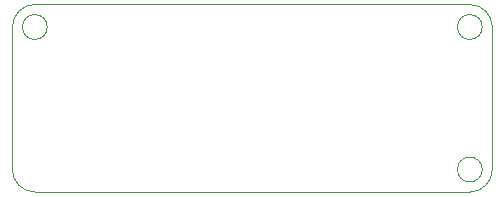
<source format=gbr>
%TF.GenerationSoftware,KiCad,Pcbnew,9.0.1*%
%TF.CreationDate,2025-08-04T21:34:24+02:00*%
%TF.ProjectId,rev1.0,72657631-2e30-42e6-9b69-6361645f7063,rev?*%
%TF.SameCoordinates,Original*%
%TF.FileFunction,Profile,NP*%
%FSLAX46Y46*%
G04 Gerber Fmt 4.6, Leading zero omitted, Abs format (unit mm)*
G04 Created by KiCad (PCBNEW 9.0.1) date 2025-08-04 21:34:24*
%MOMM*%
%LPD*%
G01*
G04 APERTURE LIST*
%TA.AperFunction,Profile*%
%ADD10C,0.050000*%
%TD*%
G04 APERTURE END LIST*
D10*
X201930000Y-95885000D02*
G75*
G02*
X203835000Y-93980000I1905000J0D01*
G01*
X241715000Y-107950000D02*
G75*
G02*
X239615000Y-107950000I-1050000J0D01*
G01*
X239615000Y-107950000D02*
G75*
G02*
X241715000Y-107950000I1050000J0D01*
G01*
X240665000Y-109855000D02*
X203835000Y-109855000D01*
X242570000Y-95885000D02*
X242570000Y-107950000D01*
X240665000Y-93980000D02*
G75*
G02*
X242570000Y-95885000I0J-1905000D01*
G01*
X241715000Y-95885000D02*
G75*
G02*
X239615000Y-95885000I-1050000J0D01*
G01*
X239615000Y-95885000D02*
G75*
G02*
X241715000Y-95885000I1050000J0D01*
G01*
X201930001Y-107949999D02*
X201930000Y-95885000D01*
X204885000Y-95885000D02*
G75*
G02*
X202785000Y-95885000I-1050000J0D01*
G01*
X202785000Y-95885000D02*
G75*
G02*
X204885000Y-95885000I1050000J0D01*
G01*
X203835000Y-93980000D02*
X240665000Y-93980000D01*
X203835000Y-109855000D02*
G75*
G02*
X201930000Y-107950000I0J1905000D01*
G01*
X242570000Y-107950000D02*
G75*
G02*
X240665000Y-109855000I-1905000J0D01*
G01*
M02*

</source>
